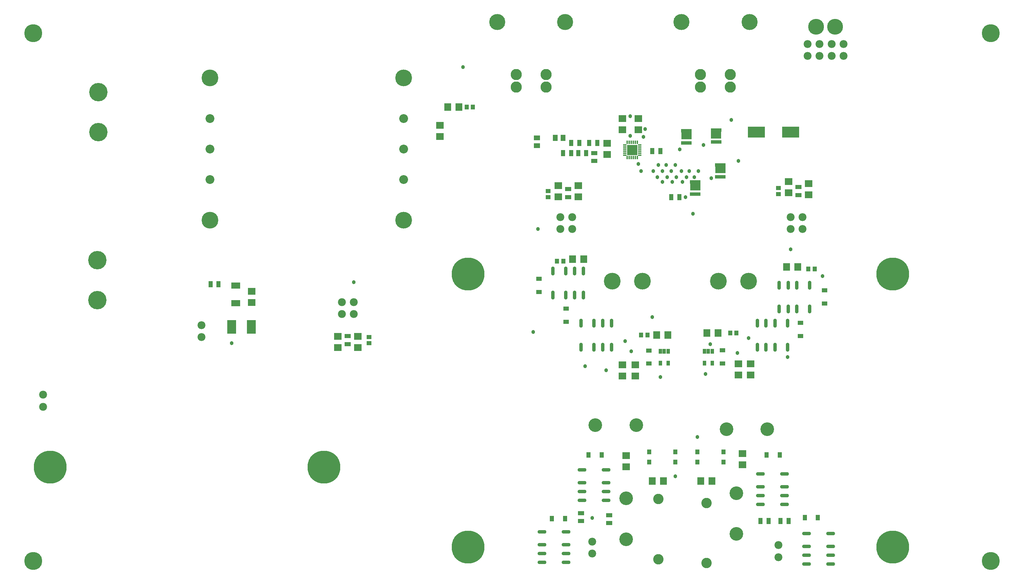
<source format=gts>
G04*
G04 #@! TF.GenerationSoftware,Altium Limited,Altium Designer,21.6.4 (81)*
G04*
G04 Layer_Color=8388736*
%FSLAX23Y23*%
%MOIN*%
G70*
G04*
G04 #@! TF.SameCoordinates,B6067EDE-423B-4814-945A-A302FF207E3A*
G04*
G04*
G04 #@! TF.FilePolarity,Negative*
G04*
G01*
G75*
%ADD41R,0.056X0.044*%
%ADD42O,0.036X0.087*%
%ADD43R,0.044X0.056*%
%ADD44R,0.085X0.132*%
%ADD45R,0.091X0.063*%
%ADD46R,0.043X0.061*%
%ADD47R,0.101X0.075*%
%ADD48R,0.025X0.036*%
%ADD49R,0.077X0.065*%
%ADD50R,0.061X0.043*%
%ADD51R,0.045X0.043*%
%ADD52C,0.038*%
%ADD53R,0.043X0.045*%
%ADD54R,0.065X0.077*%
%ADD55O,0.087X0.036*%
%ADD56R,0.039X0.047*%
%ADD57R,0.171X0.106*%
%ADD58R,0.018X0.036*%
%ADD59R,0.104X0.104*%
%ADD60R,0.036X0.018*%
%ADD61R,0.049X0.063*%
%ADD62R,0.063X0.049*%
%ADD63R,0.032X0.047*%
%ADD64C,0.177*%
%ADD65C,0.323*%
%ADD66C,0.078*%
%ADD67C,0.165*%
%ADD68C,0.087*%
%ADD69C,0.134*%
%ADD70C,0.102*%
%ADD71C,0.156*%
%ADD72C,0.158*%
%ADD73C,0.110*%
%ADD74C,0.181*%
D41*
X7992Y2882D02*
D03*
Y2753D02*
D03*
X6988Y2291D02*
D03*
Y2161D02*
D03*
X7756Y2562D02*
D03*
Y2433D02*
D03*
X5185Y2865D02*
D03*
Y2994D02*
D03*
X6264Y2289D02*
D03*
Y2160D02*
D03*
X5453Y2573D02*
D03*
Y2702D02*
D03*
D42*
X7846Y2933D02*
D03*
X7720D02*
D03*
X7634D02*
D03*
X7547D02*
D03*
X7846Y2697D02*
D03*
X7720Y2697D02*
D03*
X7634D02*
D03*
X7547D02*
D03*
X7630Y2559D02*
D03*
X7504D02*
D03*
X7417D02*
D03*
X7331D02*
D03*
X7630Y2323D02*
D03*
X7504Y2323D02*
D03*
X7417D02*
D03*
X7331D02*
D03*
X5898Y2559D02*
D03*
X5811D02*
D03*
X5724D02*
D03*
X5598Y2559D02*
D03*
X5898Y2323D02*
D03*
X5811D02*
D03*
X5724D02*
D03*
X5598D02*
D03*
X5622Y3071D02*
D03*
X5535D02*
D03*
X5449D02*
D03*
X5323Y3071D02*
D03*
X5622Y2835D02*
D03*
X5535D02*
D03*
X5449D02*
D03*
X5323D02*
D03*
D43*
X7927Y646D02*
D03*
X7798D02*
D03*
X7423Y1261D02*
D03*
X7552D02*
D03*
X5443Y634D02*
D03*
X5313D02*
D03*
X5672Y1260D02*
D03*
X5801D02*
D03*
D44*
X2360Y2520D02*
D03*
X2167D02*
D03*
D45*
X2205Y2929D02*
D03*
Y2756D02*
D03*
D46*
X2037Y2943D02*
D03*
X1959D02*
D03*
X7362Y610D02*
D03*
X7441D02*
D03*
X5679Y4331D02*
D03*
X5758D02*
D03*
X5581D02*
D03*
X5502D02*
D03*
X7638Y610D02*
D03*
X7559D02*
D03*
X5571Y4232D02*
D03*
X5650D02*
D03*
X5423D02*
D03*
X5502D02*
D03*
X6486Y3799D02*
D03*
X6565D02*
D03*
X6299Y4252D02*
D03*
X6378D02*
D03*
D47*
X6926Y4412D02*
D03*
X6634Y4405D02*
D03*
X6969Y4070D02*
D03*
X6721Y3901D02*
D03*
D48*
X6939Y4459D02*
D03*
X6965D02*
D03*
X6913D02*
D03*
X6888D02*
D03*
Y4341D02*
D03*
X6913D02*
D03*
X6939D02*
D03*
X6965D02*
D03*
X6647Y4451D02*
D03*
X6672D02*
D03*
X6621D02*
D03*
X6595D02*
D03*
Y4333D02*
D03*
X6621D02*
D03*
X6647D02*
D03*
X6672D02*
D03*
X6981Y4116D02*
D03*
X7007D02*
D03*
X6956D02*
D03*
X6930D02*
D03*
Y3998D02*
D03*
X6956D02*
D03*
X6981D02*
D03*
X7007D02*
D03*
X6734Y3947D02*
D03*
X6760D02*
D03*
X6709D02*
D03*
X6683D02*
D03*
Y3829D02*
D03*
X6709D02*
D03*
X6734D02*
D03*
X6760D02*
D03*
D49*
X7835Y3823D02*
D03*
Y3933D02*
D03*
X7638Y3953D02*
D03*
Y3843D02*
D03*
X7185Y1165D02*
D03*
Y1276D02*
D03*
X6043Y1146D02*
D03*
Y1256D02*
D03*
X5571Y3803D02*
D03*
Y3913D02*
D03*
X5374D02*
D03*
Y3803D02*
D03*
X6161Y4463D02*
D03*
Y4573D02*
D03*
X6004Y4463D02*
D03*
Y4573D02*
D03*
X5856Y4327D02*
D03*
Y4217D02*
D03*
X4213Y4504D02*
D03*
Y4394D02*
D03*
X3406Y2427D02*
D03*
Y2317D02*
D03*
X3209D02*
D03*
Y2427D02*
D03*
X7264Y2157D02*
D03*
Y2047D02*
D03*
X7146D02*
D03*
Y2157D02*
D03*
X6132Y2037D02*
D03*
Y2148D02*
D03*
X6004D02*
D03*
Y2037D02*
D03*
X2362Y2760D02*
D03*
Y2870D02*
D03*
D50*
X7736Y3819D02*
D03*
Y3898D02*
D03*
X5472Y3799D02*
D03*
Y3878D02*
D03*
X3307Y2352D02*
D03*
Y2431D02*
D03*
X5600Y610D02*
D03*
Y689D02*
D03*
X5876Y591D02*
D03*
Y669D02*
D03*
X5728Y4154D02*
D03*
Y4232D02*
D03*
D51*
X7539Y3889D02*
D03*
Y3828D02*
D03*
X5276Y3859D02*
D03*
Y3798D02*
D03*
X3514Y2422D02*
D03*
Y2361D02*
D03*
D52*
X7659Y3284D02*
D03*
X7972Y3022D02*
D03*
X6742Y1437D02*
D03*
X5640Y2136D02*
D03*
X5177Y3484D02*
D03*
X6821Y2057D02*
D03*
X7244Y2411D02*
D03*
X5709Y640D02*
D03*
X6526Y1053D02*
D03*
X6378Y2028D02*
D03*
X3366Y2963D02*
D03*
X4439Y5079D02*
D03*
X2165Y2362D02*
D03*
X7077Y4557D02*
D03*
X6033Y2382D02*
D03*
X6570Y4267D02*
D03*
X6801Y4311D02*
D03*
X6398Y3947D02*
D03*
X6496D02*
D03*
X6634Y3996D02*
D03*
X6358Y4114D02*
D03*
X6585Y4055D02*
D03*
X6211Y4390D02*
D03*
X6190Y4055D02*
D03*
X6713Y3996D02*
D03*
X6535D02*
D03*
X6309Y4055D02*
D03*
X6752D02*
D03*
X6663D02*
D03*
X6526Y4114D02*
D03*
X6437D02*
D03*
X6348Y3996D02*
D03*
X7146Y4154D02*
D03*
X6299Y2618D02*
D03*
X6870Y2352D02*
D03*
X5846Y2096D02*
D03*
X6093Y2283D02*
D03*
X5128Y2470D02*
D03*
X7136Y2264D02*
D03*
X7628Y2224D02*
D03*
X6230Y4469D02*
D03*
X6083Y4596D02*
D03*
X6161Y4124D02*
D03*
X6699Y3635D02*
D03*
X6880Y3986D02*
D03*
X6398Y4055D02*
D03*
X6486D02*
D03*
X6083Y4400D02*
D03*
X6624Y3799D02*
D03*
X6594Y3947D02*
D03*
X6447Y3996D02*
D03*
D53*
X7894Y3091D02*
D03*
X7833D02*
D03*
X7126Y2461D02*
D03*
X7065D02*
D03*
X4476Y4685D02*
D03*
X4537D02*
D03*
X6251Y2441D02*
D03*
X6190D02*
D03*
X5424Y3169D02*
D03*
X5363D02*
D03*
D54*
X7728Y3110D02*
D03*
X7618D02*
D03*
X6945Y2461D02*
D03*
X6835D02*
D03*
X6776Y1004D02*
D03*
X6886D02*
D03*
X6409D02*
D03*
X6299D02*
D03*
X5516Y3189D02*
D03*
X5626D02*
D03*
X4400Y4685D02*
D03*
X4289D02*
D03*
X6453Y2441D02*
D03*
X6343D02*
D03*
D55*
X8051Y189D02*
D03*
Y276D02*
D03*
Y362D02*
D03*
X8051Y488D02*
D03*
X7815Y189D02*
D03*
Y276D02*
D03*
Y362D02*
D03*
Y488D02*
D03*
X5453Y205D02*
D03*
Y291D02*
D03*
Y378D02*
D03*
X5453Y504D02*
D03*
X5217Y205D02*
D03*
Y291D02*
D03*
Y378D02*
D03*
Y504D02*
D03*
X5846Y815D02*
D03*
Y902D02*
D03*
Y988D02*
D03*
X5846Y1114D02*
D03*
X5610Y815D02*
D03*
Y902D02*
D03*
Y988D02*
D03*
Y1114D02*
D03*
X7598Y776D02*
D03*
Y862D02*
D03*
Y949D02*
D03*
X7598Y1075D02*
D03*
X7362Y776D02*
D03*
Y862D02*
D03*
Y949D02*
D03*
Y1075D02*
D03*
D56*
X6998Y1190D02*
D03*
Y1290D02*
D03*
X6742Y1190D02*
D03*
Y1290D02*
D03*
X6270D02*
D03*
Y1190D02*
D03*
X6526Y1290D02*
D03*
Y1190D02*
D03*
D57*
X7322Y4439D02*
D03*
X7658D02*
D03*
D58*
X6112Y4187D02*
D03*
X6152D02*
D03*
X6073D02*
D03*
X6132D02*
D03*
X6093D02*
D03*
X6053D02*
D03*
X6112Y4337D02*
D03*
X6093D02*
D03*
X6053D02*
D03*
X6073D02*
D03*
X6132D02*
D03*
X6152D02*
D03*
D59*
X6102Y4262D02*
D03*
D60*
X6177Y4311D02*
D03*
Y4291D02*
D03*
Y4272D02*
D03*
Y4252D02*
D03*
Y4232D02*
D03*
Y4213D02*
D03*
X6028D02*
D03*
Y4232D02*
D03*
Y4252D02*
D03*
Y4272D02*
D03*
Y4291D02*
D03*
Y4311D02*
D03*
D61*
X5346Y4380D02*
D03*
X5421D02*
D03*
D62*
X5167D02*
D03*
Y4305D02*
D03*
D63*
X6850Y2283D02*
D03*
X6888Y2165D02*
D03*
X6813D02*
D03*
X6888Y2283D02*
D03*
X6813D02*
D03*
X6380D02*
D03*
X6455D02*
D03*
X6380Y2165D02*
D03*
X6455D02*
D03*
X6417Y2283D02*
D03*
D64*
X9626Y5413D02*
D03*
X217Y217D02*
D03*
X9626D02*
D03*
X217Y5413D02*
D03*
D65*
X3071Y1142D02*
D03*
X382D02*
D03*
X4488Y3043D02*
D03*
Y354D02*
D03*
X8661Y3043D02*
D03*
Y354D02*
D03*
D66*
X311Y1736D02*
D03*
Y1854D02*
D03*
X7539Y374D02*
D03*
Y256D02*
D03*
X1870Y2421D02*
D03*
Y2539D02*
D03*
X5709Y409D02*
D03*
Y291D02*
D03*
X7777Y3602D02*
D03*
Y3484D02*
D03*
X7659Y3602D02*
D03*
Y3484D02*
D03*
X5513Y3602D02*
D03*
Y3484D02*
D03*
X5395Y3602D02*
D03*
Y3484D02*
D03*
X8179Y5187D02*
D03*
X8061D02*
D03*
Y5305D02*
D03*
X8179D02*
D03*
X7943D02*
D03*
X7825D02*
D03*
Y5187D02*
D03*
X7943D02*
D03*
X3366Y2766D02*
D03*
Y2648D02*
D03*
X3248Y2766D02*
D03*
Y2648D02*
D03*
D67*
X1953Y4972D02*
D03*
Y3572D02*
D03*
X3854Y4972D02*
D03*
Y3572D02*
D03*
X7244Y2972D02*
D03*
X6949D02*
D03*
X6201D02*
D03*
X5906D02*
D03*
D68*
X1953Y4572D02*
D03*
Y4272D02*
D03*
Y3972D02*
D03*
X3854Y4572D02*
D03*
Y4272D02*
D03*
Y3972D02*
D03*
D69*
X7429Y1516D02*
D03*
X7028D02*
D03*
X7126Y484D02*
D03*
Y886D02*
D03*
X6043Y433D02*
D03*
Y835D02*
D03*
X5740Y1555D02*
D03*
X6142D02*
D03*
D70*
X6831Y197D02*
D03*
Y787D02*
D03*
X6358Y236D02*
D03*
Y827D02*
D03*
D71*
X8094Y5475D02*
D03*
X7909D02*
D03*
D72*
X5443Y5522D02*
D03*
X4774D02*
D03*
X7254D02*
D03*
X6585D02*
D03*
D73*
X5256Y5005D02*
D03*
X4961Y4880D02*
D03*
X5256D02*
D03*
X4961Y5005D02*
D03*
X7067D02*
D03*
X6772Y4880D02*
D03*
X7067D02*
D03*
X6772Y5005D02*
D03*
D74*
X856Y4833D02*
D03*
Y4439D02*
D03*
X846Y2785D02*
D03*
Y3179D02*
D03*
M02*

</source>
